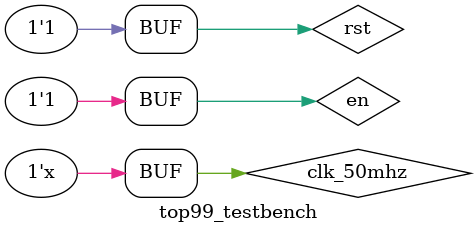
<source format=v>
`timescale 1ns / 1ps


module top99_testbench;

	// Inputs
	reg clk_50mhz;
	reg en;
	reg rst;

	// Outputs
	wire [3:0] sel;
	wire [6:0] seg;

	// Instantiate the Unit Under Test (UUT)
	top99 uut (
		.clk_50mhz(clk_50mhz), 
		.en(en), 
		.rst(rst), 
		.sel(sel), 
		.seg(seg)
	);

	initial begin
		// Initialize Inputs
		clk_50mhz = 0;
		en = 0;
		rst = 0;

		// Wait 100 ns for global reset to finish
		#20;
		rst=1;
		en=1;
		
        
		// Add stimulus here

	end
	always
	begin
	#10;
	clk_50mhz=~clk_50mhz;
	end
      
endmodule


</source>
